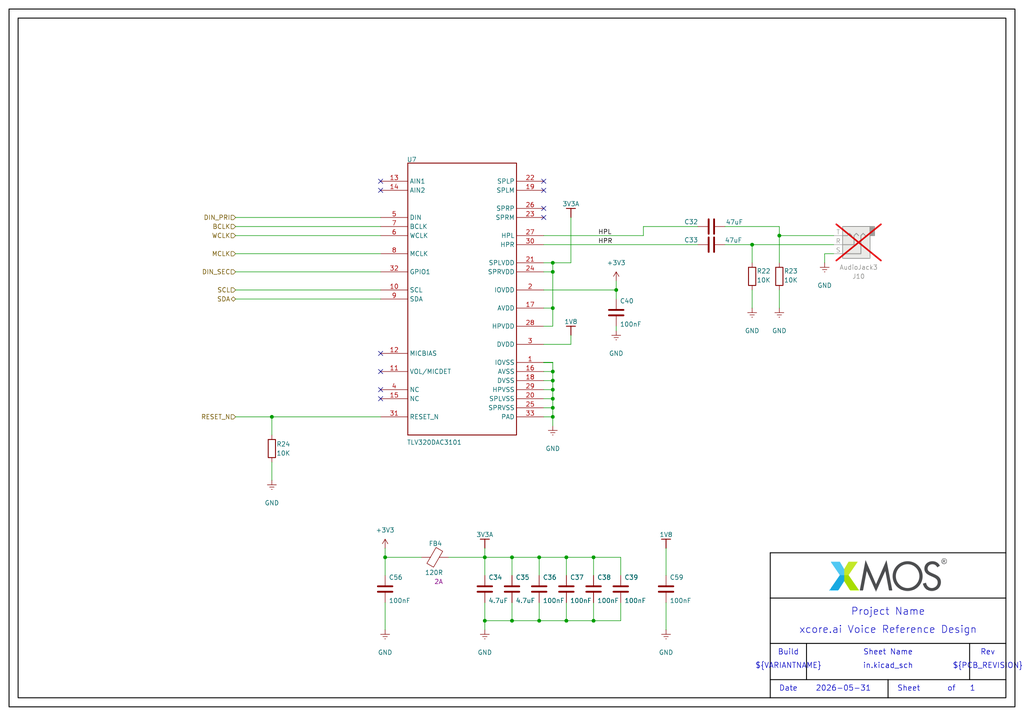
<source format=kicad_sch>
(kicad_sch (version 20231120) (generator "eeschema") (generator_version "8.0")
  (paper "User" 287.02 200.66)
  (title_block (title "xcore.ai Voice Reference Design") (rev "1V0"))
  (lib_symbols
    (symbol "Connector_Audio:AudioJack3"
      (property "Reference" "J" (at 0 8.89 0))
      (property "Value" "AudioJack3" (at 0 6.35 0))
      (symbol "AudioJack3_0_1"
        (rectangle (start -5.08 -5.08) (end -6.35 -2.54) (stroke (width 0.254)) (fill (type outline)))
        (polyline (pts (xy 0 -2.54) (xy 0.635 -3.175) (xy 1.27 -2.54) (xy 2.54 -2.54)) (stroke (width 0.254)))
        (polyline (pts (xy -1.905 -2.54) (xy -1.27 -3.175) (xy -0.635 -2.54) (xy -0.635 0) (xy 2.54 0)) (stroke (width 0.254)))
        (polyline (pts (xy 2.54 2.54) (xy -2.54 2.54) (xy -2.54 -2.54) (xy -3.175 -3.175) (xy -3.81 -2.54)) (stroke (width 0.254)))
        (rectangle (start 2.54 3.81) (end -5.08 -5.08) (stroke (width 0.254)) (fill (type background)))
      )
      (symbol "AudioJack3_1_1"
        (pin passive line (at 5.08 0 180) (length 2.54) (name "~") (number "R"))
        (pin passive line (at 5.08 2.54 180) (length 2.54) (name "~") (number "S"))
        (pin passive line (at 5.08 -2.54 180) (length 2.54) (name "~") (number "T"))
      )
    )
    (symbol "Device:C" (pin_numbers hide) (pin_names (offset 0.254))
      (property "Reference" "C" (at 0.635 2.54 0))
      (property "Value" "C" (at 0.635 -2.54 0))
      (symbol "C_0_1"
        (polyline (pts (xy -2.032 -0.762) (xy 2.032 -0.762)) (stroke (width 0.508)))
        (polyline (pts (xy -2.032 0.762) (xy 2.032 0.762)) (stroke (width 0.508)))
      )
      (symbol "C_1_1"
        (pin passive line (at 0 3.81 270) (length 2.794) (name "~") (number "1"))
        (pin passive line (at 0 -3.81 90) (length 2.794) (name "~") (number "2"))
      )
    )
    (symbol "Device:FerriteBead" (pin_numbers hide) (pin_names (offset 0))
      (property "Reference" "FB" (at -3.81 0.635 90))
      (property "Value" "FerriteBead" (at 3.81 0 90))
      (symbol "FerriteBead_0_1"
        (polyline (pts (xy 0 -1.27) (xy 0 -1.2192)))
        (polyline (pts (xy 0 1.27) (xy 0 1.2954)))
        (polyline (pts (xy -2.7686 0.4064) (xy -1.7018 2.2606) (xy 2.7686 -0.3048) (xy 1.6764 -2.159) (xy -2.7686 0.4064)))
      )
      (symbol "FerriteBead_1_1"
        (pin passive line (at 0 3.81 270) (length 2.54) (name "~") (number "1"))
        (pin passive line (at 0 -3.81 90) (length 2.54) (name "~") (number "2"))
      )
    )
    (symbol "Device:R" (pin_numbers hide) (pin_names (offset 0))
      (property "Reference" "R" (at 2.032 0 90))
      (property "Value" "R" (at 0 0 90))
      (symbol "R_0_1"
        (rectangle (start -1.016 -2.54) (end 1.016 2.54) (stroke (width 0.254)))
      )
      (symbol "R_1_1"
        (pin passive line (at 0 3.81 270) (length 1.27) (name "~") (number "1"))
        (pin passive line (at 0 -3.81 90) (length 1.27) (name "~") (number "2"))
      )
    )
    (symbol "Signal-altium-import:1V8_BAR" (power)
      (property "Reference" "#PWR" (at 0 0 0))
      (property "Value" "1V8" (at 0 3.81 0))
      (symbol "1V8_BAR_0_0"
        (polyline (pts (xy -1.27 -2.54) (xy 1.27 -2.54)) (stroke (width 0.254)))
        (polyline (pts (xy 0 0) (xy 0 -2.54)) (stroke (width 0.254)))
        (pin power_in line (at 0 0 0) (length 0) hide (name "1V8") (number ""))
      )
    )
    (symbol "Signal-altium-import:3V3A_BAR" (power)
      (property "Reference" "#PWR" (at 0 0 0))
      (property "Value" "3V3A" (at 0 3.81 0))
      (symbol "3V3A_BAR_0_0"
        (polyline (pts (xy -1.27 -2.54) (xy 1.27 -2.54)) (stroke (width 0.254)))
        (polyline (pts (xy 0 0) (xy 0 -2.54)) (stroke (width 0.254)))
        (pin power_in line (at 0 0 0) (length 0) hide (name "3V3A") (number ""))
      )
    )
    (symbol "Signal-altium-import:U_DAC_0_TI_TLV320DAC3101"
      (symbol "U_DAC_0_TI_TLV320DAC3101_1_0"
        (polyline (pts (xy 7.62 2.54) (xy 38.1 2.54) (xy 38.1 78.74) (xy 7.62 78.74) (xy 7.62 2.54)) (stroke (width 0.254)))
        (pin power_in line (at 45.72 22.86 180) (length 7.62) (name "IOVSS") (number "1"))
        (pin input line (at 0 43.18 0) (length 7.62) (name "SCL") (number "10"))
        (pin passive line (at 0 20.32 0) (length 7.62) (name "VOL/MICDET") (number "11"))
        (pin passive line (at 0 25.4 0) (length 7.62) (name "MICBIAS") (number "12"))
        (pin passive line (at 0 73.66 0) (length 7.62) (name "AIN1") (number "13"))
        (pin passive line (at 0 71.12 0) (length 7.62) (name "AIN2") (number "14"))
        (pin passive line (at 0 12.7 0) (length 7.62) (name "NC") (number "15"))
        (pin power_in line (at 45.72 20.32 180) (length 7.62) (name "AVSS") (number "16"))
        (pin power_in line (at 45.72 38.1 180) (length 7.62) (name "AVDD") (number "17"))
        (pin power_in line (at 45.72 17.78 180) (length 7.62) (name "DVSS") (number "18"))
        (pin passive line (at 45.72 71.12 180) (length 7.62) (name "SPLM") (number "19"))
        (pin power_in line (at 45.72 43.18 180) (length 7.62) (name "IOVDD") (number "2"))
        (pin power_in line (at 45.72 12.7 180) (length 7.62) (name "SPLVSS") (number "20"))
        (pin power_in line (at 45.72 50.8 180) (length 7.62) (name "SPLVDD") (number "21"))
        (pin passive line (at 45.72 73.66 180) (length 7.62) (name "SPLP") (number "22"))
        (pin passive line (at 45.72 63.5 180) (length 7.62) (name "SPRM") (number "23"))
        (pin power_in line (at 45.72 48.26 180) (length 7.62) (name "SPRVDD") (number "24"))
        (pin power_in line (at 45.72 10.16 180) (length 7.62) (name "SPRVSS") (number "25"))
        (pin passive line (at 45.72 66.04 180) (length 7.62) (name "SPRP") (number "26"))
        (pin passive line (at 45.72 58.42 180) (length 7.62) (name "HPL") (number "27"))
        (pin power_in line (at 45.72 33.02 180) (length 7.62) (name "HPVDD") (number "28"))
        (pin power_in line (at 45.72 15.24 180) (length 7.62) (name "HPVSS") (number "29"))
        (pin power_in line (at 45.72 27.94 180) (length 7.62) (name "DVDD") (number "3"))
        (pin passive line (at 45.72 55.88 180) (length 7.62) (name "HPR") (number "30"))
        (pin input line (at 0 7.62 0) (length 7.62) (name "RESET_N") (number "31"))
        (pin bidirectional line (at 0 48.26 0) (length 7.62) (name "GPIO1") (number "32"))
        (pin power_in line (at 45.72 7.62 180) (length 7.62) (name "PAD") (number "33"))
        (pin passive line (at 0 15.24 0) (length 7.62) (name "NC") (number "4"))
        (pin input line (at 0 63.5 0) (length 7.62) (name "DIN") (number "5"))
        (pin bidirectional line (at 0 58.42 0) (length 7.62) (name "WCLK") (number "6"))
        (pin bidirectional line (at 0 60.96 0) (length 7.62) (name "BCLK") (number "7"))
        (pin input line (at 0 53.34 0) (length 7.62) (name "MCLK") (number "8"))
        (pin bidirectional line (at 0 40.64 0) (length 7.62) (name "SDA") (number "9"))
      )
    )
    (symbol "power:+3V3" (power) (pin_numbers hide) (pin_names (offset 0) hide)
      (property "Value" "+3V3" (at 0 3.556 0))
      (symbol "+3V3_0_1"
        (polyline (pts (xy -0.762 1.27) (xy 0 2.54)))
        (polyline (pts (xy 0 0) (xy 0 2.54)))
        (polyline (pts (xy 0 2.54) (xy 0.762 1.27)))
      )
      (symbol "+3V3_1_1"
        (pin power_in line (at 0 0 90) (length 0) (name "~") (number "1"))
      )
    )
    (symbol "power:Earth" (power) (pin_numbers hide) (pin_names (offset 0) hide)
      (property "Value" "Earth" (at 0 -3.81 0))
      (symbol "Earth_0_1"
        (polyline (pts (xy -0.635 -1.905) (xy 0.635 -1.905)))
        (polyline (pts (xy -0.127 -2.54) (xy 0.127 -2.54)))
        (polyline (pts (xy 0 -1.27) (xy 0 0)))
        (polyline (pts (xy 1.27 -1.27) (xy -1.27 -1.27)))
      )
      (symbol "Earth_1_1"
        (pin power_in line (at 0 0 270) (length 0) (name "~") (number "1"))
      )
    )
  )
  (junction (at 143.51 173.99))
  (junction (at 218.44 66.04))
  (junction (at 172.72 81.28))
  (junction (at 154.94 116.84))
  (junction (at 154.94 109.22))
  (junction (at 154.94 86.36))
  (junction (at 154.94 104.14))
  (junction (at 151.13 173.99))
  (junction (at 135.89 173.99))
  (junction (at 210.82 68.58))
  (junction (at 154.94 106.68))
  (junction (at 166.37 156.21))
  (junction (at 154.94 111.76))
  (junction (at 158.75 173.99))
  (junction (at 151.13 156.21))
  (junction (at 166.37 173.99))
  (junction (at 154.94 76.2))
  (junction (at 154.94 73.66))
  (junction (at 154.94 114.3))
  (junction (at 143.51 156.21))
  (junction (at 135.89 156.21))
  (junction (at 158.75 156.21))
  (junction (at 76.2 116.84))
  (junction (at 107.95 156.21))
  (no_connect (at 152.4 53.34))
  (no_connect (at 106.68 104.14))
  (no_connect (at 106.68 109.22))
  (no_connect (at 152.4 58.42))
  (no_connect (at 106.68 111.76))
  (no_connect (at 152.4 60.96))
  (no_connect (at 152.4 50.8))
  (no_connect (at 106.68 99.06))
  (no_connect (at 106.68 53.34))
  (no_connect (at 106.68 50.8))
  (wire (pts (xy 125.73 156.21) (xy 135.89 156.21)))
  (wire (pts (xy 135.89 156.21) (xy 135.89 161.29)))
  (wire (pts (xy 218.44 81.28) (xy 218.44 86.36)))
  (polyline (pts (xy 215.9 190.5) (xy 281.94 190.5)) (stroke (width 0.254) (type solid) (color 0 0 0 1)))
  (wire (pts (xy 172.72 78.74) (xy 172.72 81.28)))
  (wire (pts (xy 135.89 176.53) (xy 135.89 173.99)))
  (wire (pts (xy 154.94 114.3) (xy 154.94 116.84)))
  (wire (pts (xy 210.82 68.58) (xy 210.82 73.66)))
  (polyline (pts (xy 248.92 190.5) (xy 248.92 195.58)) (stroke (width 0.254) (type solid) (color 0 0 0 1)))
  (wire (pts (xy 106.68 71.12) (xy 66.04 71.12)))
  (wire (pts (xy 154.94 106.68) (xy 152.4 106.68)))
  (wire (pts (xy 173.99 156.21) (xy 166.37 156.21)))
  (wire (pts (xy 210.82 68.58) (xy 233.68 68.58)))
  (wire (pts (xy 172.72 91.44) (xy 172.72 92.71)))
  (wire (pts (xy 143.51 173.99) (xy 135.89 173.99)))
  (wire (pts (xy 154.94 86.36) (xy 152.4 86.36)))
  (wire (pts (xy 154.94 104.14) (xy 152.4 104.14)))
  (wire (pts (xy 154.94 116.84) (xy 154.94 119.38)))
  (wire (pts (xy 180.34 63.5) (xy 195.58 63.5)))
  (wire (pts (xy 154.94 101.6) (xy 154.94 104.14)))
  (wire (pts (xy 76.2 129.54) (xy 76.2 134.62)))
  (wire (pts (xy 106.68 63.5) (xy 66.04 63.5)))
  (wire (pts (xy 186.69 153.67) (xy 186.69 161.29)))
  (wire (pts (xy 154.94 86.36) (xy 154.94 91.44)))
  (wire (pts (xy 76.2 116.84) (xy 66.04 116.84)))
  (wire (pts (xy 154.94 111.76) (xy 154.94 114.3)))
  (wire (pts (xy 154.94 106.68) (xy 154.94 109.22)))
  (wire (pts (xy 151.13 173.99) (xy 143.51 173.99)))
  (wire (pts (xy 154.94 109.22) (xy 154.94 111.76)))
  (wire (pts (xy 135.89 173.99) (xy 135.89 168.91)))
  (wire (pts (xy 106.68 66.04) (xy 66.04 66.04)))
  (wire (pts (xy 186.69 168.91) (xy 186.69 176.53)))
  (wire (pts (xy 154.94 109.22) (xy 152.4 109.22)))
  (wire (pts (xy 158.75 173.99) (xy 158.75 168.91)))
  (polyline (pts (xy 215.9 154.94) (xy 281.94 154.94)) (stroke (width 0.254) (type solid) (color 0 0 0 1)))
  (wire (pts (xy 152.4 66.04) (xy 180.34 66.04)))
  (wire (pts (xy 143.51 156.21) (xy 135.89 156.21)))
  (wire (pts (xy 154.94 104.14) (xy 154.94 106.68)))
  (wire (pts (xy 118.11 156.21) (xy 107.95 156.21)))
  (wire (pts (xy 76.2 116.84) (xy 76.2 121.92)))
  (polyline (pts (xy 226.06 180.34) (xy 226.06 190.5)) (stroke (width 0.254) (type solid) (color 0 0 0 1)))
  (wire (pts (xy 160.02 73.66) (xy 154.94 73.66)))
  (wire (pts (xy 210.82 81.28) (xy 210.82 86.36)))
  (polyline (pts (xy 215.9 167.64) (xy 281.94 167.64)) (stroke (width 0.254) (type solid) (color 0 0 0 1)))
  (wire (pts (xy 154.94 111.76) (xy 152.4 111.76)))
  (wire (pts (xy 107.95 156.21) (xy 107.95 153.67)))
  (wire (pts (xy 154.94 76.2) (xy 154.94 86.36)))
  (wire (pts (xy 152.4 81.28) (xy 172.72 81.28)))
  (wire (pts (xy 143.51 156.21) (xy 143.51 161.29)))
  (wire (pts (xy 233.68 71.12) (xy 231.14 71.12)))
  (wire (pts (xy 107.95 156.21) (xy 107.95 161.29)))
  (wire (pts (xy 160.02 96.52) (xy 152.4 96.52)))
  (wire (pts (xy 158.75 173.99) (xy 151.13 173.99)))
  (wire (pts (xy 151.13 168.91) (xy 151.13 173.99)))
  (wire (pts (xy 158.75 156.21) (xy 151.13 156.21)))
  (wire (pts (xy 203.2 68.58) (xy 210.82 68.58)))
  (wire (pts (xy 173.99 161.29) (xy 173.99 156.21)))
  (wire (pts (xy 158.75 156.21) (xy 158.75 161.29)))
  (wire (pts (xy 166.37 173.99) (xy 158.75 173.99)))
  (wire (pts (xy 143.51 168.91) (xy 143.51 173.99)))
  (polyline (pts (xy 215.9 167.64) (xy 215.9 154.94)) (stroke (width 0.254) (type solid) (color 0 0 0 1)))
  (wire (pts (xy 154.94 73.66) (xy 154.94 76.2)))
  (wire (pts (xy 135.89 153.67) (xy 135.89 156.21)))
  (wire (pts (xy 106.68 83.82) (xy 66.04 83.82)))
  (wire (pts (xy 172.72 81.28) (xy 172.72 83.82)))
  (wire (pts (xy 218.44 63.5) (xy 218.44 66.04)))
  (wire (pts (xy 218.44 66.04) (xy 218.44 73.66)))
  (wire (pts (xy 154.94 116.84) (xy 152.4 116.84)))
  (wire (pts (xy 195.58 68.58) (xy 152.4 68.58)))
  (wire (pts (xy 154.94 91.44) (xy 152.4 91.44)))
  (polyline (pts (xy 215.9 195.58) (xy 215.9 167.64)) (stroke (width 0.254) (type solid) (color 0 0 0 1)))
  (wire (pts (xy 166.37 161.29) (xy 166.37 156.21)))
  (wire (pts (xy 173.99 168.91) (xy 173.99 173.99)))
  (wire (pts (xy 106.68 60.96) (xy 66.04 60.96)))
  (wire (pts (xy 152.4 101.6) (xy 154.94 101.6)) (stroke (width 0.254)))
  (polyline (pts (xy 215.9 180.34) (xy 281.94 180.34)) (stroke (width 0.254) (type solid) (color 0 0 0 1)))
  (wire (pts (xy 106.68 116.84) (xy 76.2 116.84)))
  (wire (pts (xy 233.68 66.04) (xy 218.44 66.04)))
  (wire (pts (xy 106.68 81.28) (xy 66.04 81.28)))
  (wire (pts (xy 106.68 76.2) (xy 66.04 76.2)))
  (wire (pts (xy 107.95 168.91) (xy 107.95 176.53)))
  (wire (pts (xy 154.94 114.3) (xy 152.4 114.3)))
  (wire (pts (xy 166.37 168.91) (xy 166.37 173.99)))
  (wire (pts (xy 180.34 66.04) (xy 180.34 63.5)))
  (wire (pts (xy 154.94 73.66) (xy 152.4 73.66)))
  (wire (pts (xy 218.44 63.5) (xy 203.2 63.5)))
  (wire (pts (xy 231.14 71.12) (xy 231.14 73.66)))
  (wire (pts (xy 151.13 156.21) (xy 143.51 156.21)))
  (wire (pts (xy 173.99 173.99) (xy 166.37 173.99)))
  (wire (pts (xy 154.94 76.2) (xy 152.4 76.2)))
  (wire (pts (xy 151.13 161.29) (xy 151.13 156.21)))
  (polyline (pts (xy 271.78 180.34) (xy 271.78 190.5)) (stroke (width 0.254) (type solid) (color 0 0 0 1)))
  (wire (pts (xy 160.02 93.98) (xy 160.02 96.52)))
  (wire (pts (xy 166.37 156.21) (xy 158.75 156.21)))
  (wire (pts (xy 160.02 60.96) (xy 160.02 73.66)))
  (rectangle (start 281.94 5.08) (end 5.08 195.58) (stroke (width 0.254) (color 0 0 0 1)))
  (rectangle (start 284.48 2.54) (end 2.54 198.12) (stroke (width 0.254) (color 0 0 0 1)))
  (image (at 248.92 161.188) (scale 0.119293))
  (text "${CURRENT_DATE}" (at 228.6 193.04 0) (effects (font (size 1.524 1.524)) (justify left)))
  (text "${TITLE}" (at 248.92 177.8 0) (effects (font (size 2.032 2.032)) (justify bottom)))
  (text "Sheet Name" (at 248.92 182.88 0) (effects (font (size 1.524 1.524))))
  (text "Build" (at 220.98 182.88 0) (effects (font (size 1.524 1.524))))
  (text "Project Name" (at 248.92 172.72 0) (effects (font (size 2.032 2.032)) (justify bottom)))
  (text "${FILENAME}" (at 248.92 186.69 0) (effects (font (size 1.524 1.524))))
  (text "${##}" (at 271.78 193.04 0) (effects (font (size 1.524 1.524)) (justify left)))
  (text "of" (at 266.7 193.04 0) (effects (font (size 1.524 1.524))))
  (text "${PCB_REVISION}" (at 276.86 186.69 0) (effects (font (size 1.524 1.524))))
  (text "${VARIANTNAME}" (at 220.98 186.69 0) (effects (font (size 1.524 1.524))))
  (text "${#}" (at 261.62 193.04 0) (effects (font (size 1.524 1.524))))
  (text "Sheet" (at 251.46 193.04 0) (effects (font (size 1.524 1.524)) (justify left)))
  (text "Rev" (at 276.86 182.88 0) (effects (font (size 1.524 1.524))))
  (text "Date" (at 220.98 193.04 0) (effects (font (size 1.524 1.524))))
  (label "HPL" (at 167.64 66.04 0))
  (label "HPR" (at 167.64 68.58 0))
  (hierarchical_label "SDA" (shape bidirectional) (at 66.04 83.82 180))
  (hierarchical_label "DIN_PRI" (shape input) (at 66.04 60.96 180))
  (hierarchical_label "MCLK" (shape input) (at 66.04 71.12 180))
  (hierarchical_label "BCLK" (shape input) (at 66.04 63.5 180))
  (hierarchical_label "WCLK" (shape input) (at 66.04 66.04 180))
  (hierarchical_label "SCL" (shape input) (at 66.04 81.28 180))
  (hierarchical_label "RESET_N" (shape input) (at 66.04 116.84 180))
  (hierarchical_label "DIN_SEC" (shape input) (at 66.04 76.2 180))
  (symbol (lib_id "Device:C") (at 158.75 165.1 0) (unit 1)
    (property "Reference" "C37" (at 159.766 162.56 0) (effects (justify left bottom)))
    (property "Value" "100nF" (at 159.766 167.64 0) (effects (justify left top)))
    (property "Footprint" "Capacitor_SMD:C_0402_1005Metric" (effects (hide yes)))
    (property "Description" "Unpolarized capacitor" (effects (hide yes)))
    (property "ALTIUM_VALUE" "100N" (effects (hide yes)))
    (property "PART NUMBER" "STD-06-0048" (effects (hide yes)))
    (property "DIELECTRIC" "X7R" (effects (hide yes)))
    (property "RATED VOLTAGE" "16V" (effects (hide yes)))
    (property "TOLERANCE" "10%" (effects (hide yes)))
    (property "MANUFACTURER" "Yageo" (effects (hide yes)))
    (property "MANUFACTURER PART NUMBER" "CC0402KRX7R7BB104" (effects (hide yes)))
    (property "APPROX VOLUME COST ($)" "0.003" (effects (hide yes)))
  )
  (symbol (lib_id "power:Earth") (at 154.94 119.38 0) (unit 1)
    (property "Reference" "#PWR0197" (effects (hide yes)))
    (property "Value" "GND" (at 154.94 125.73 0))
    (property "Description" "Power symbol creates a global label with name \"Earth\"" (effects (hide yes)))
  )
  (symbol (lib_id "Device:R") (at 218.44 77.47 0) (unit 1)
    (property "Reference" "R23" (at 219.71 76.708 0) (effects (justify left bottom)))
    (property "Value" "10K" (at 219.71 79.248 0) (effects (justify left bottom)))
    (property "Footprint" "Resistor_SMD:R_0402_1005Metric" (effects (hide yes)))
    (property "Description" "Resistor" (effects (hide yes)))
    (property "ALTIUM_VALUE" "10K" (effects (hide yes)))
    (property "PART NUMBER" "STD-01-0080" (effects (hide yes)))
    (property "TOLERANCE" "1%" (effects (hide yes)))
    (property "MAX VOLTAGE" "50V" (effects (hide yes)))
    (property "MAX POWER" "63mW" (effects (hide yes)))
    (property "TEMPERATURE COEFFICIENT" "±100ppm/°C" (effects (hide yes)))
    (property "MANUFACTURER" "Yageo" (effects (hide yes)))
    (property "MANUFACTURER PART NUMBER" "RC0402FR-0710KL" (effects (hide yes)))
    (property "APPROX VOLUME COST ($)" "0.002" (effects (hide yes)))
    (property "WEB SEARCH LINK" "http://www.google.com/search?q=RC0402FR-0710KL" (effects (hide yes)))
  )
  (symbol (lib_id "Signal-altium-import:3V3A_BAR") (at 135.89 153.67 180) (unit 1)
    (property "Reference" "#PWR0195" (effects (hide yes)))
    (property "Value" "3V3A" (at 135.89 149.86 0))
  )
  (symbol (lib_id "power:+3V3") (at 107.95 153.67 0) (unit 1)
    (property "Reference" "#PWR018" (effects (hide yes)))
    (property "Value" "+3V3" (at 107.95 148.59 0))
    (property "Description" "Power symbol creates a global label with name \"+3V3\"" (effects (hide yes)))
  )
  (symbol (lib_id "power:Earth") (at 186.69 176.53 0) (unit 1)
    (property "Reference" "#PWR0204" (effects (hide yes)))
    (property "Value" "GND" (at 186.69 182.88 0))
    (property "Description" "Power symbol creates a global label with name \"Earth\"" (effects (hide yes)))
  )
  (symbol (lib_id "Device:C") (at 151.13 165.1 0) (unit 1)
    (property "Reference" "C36" (at 152.146 162.56 0) (effects (justify left bottom)))
    (property "Value" "100nF" (at 152.146 167.64 0) (effects (justify left top)))
    (property "Footprint" "Capacitor_SMD:C_0402_1005Metric" (effects (hide yes)))
    (property "Description" "Unpolarized capacitor" (effects (hide yes)))
    (property "ALTIUM_VALUE" "100N" (effects (hide yes)))
    (property "PART NUMBER" "STD-06-0048" (effects (hide yes)))
    (property "DIELECTRIC" "X7R" (effects (hide yes)))
    (property "RATED VOLTAGE" "16V" (effects (hide yes)))
    (property "TOLERANCE" "10%" (effects (hide yes)))
    (property "MANUFACTURER" "Yageo" (effects (hide yes)))
    (property "MANUFACTURER PART NUMBER" "CC0402KRX7R7BB104" (effects (hide yes)))
    (property "APPROX VOLUME COST ($)" "0.003" (effects (hide yes)))
  )
  (symbol (lib_id "power:Earth") (at 172.72 92.71 0) (unit 1)
    (property "Reference" "#PWR0198" (effects (hide yes)))
    (property "Value" "GND" (at 172.72 99.06 0))
    (property "Description" "Power symbol creates a global label with name \"Earth\"" (effects (hide yes)))
  )
  (symbol (lib_id "Device:C") (at 143.51 165.1 0) (unit 1)
    (property "Reference" "C35" (at 144.526 162.56 0) (effects (justify left bottom)))
    (property "Value" "4.7uF" (at 144.526 167.64 0) (effects (justify left top)))
    (property "Footprint" "Capacitor_SMD:C_0603_1608Metric" (effects (hide yes)))
    (property "Description" "Unpolarized capacitor" (effects (hide yes)))
    (property "ALTIUM_VALUE" "4U7" (effects (hide yes)))
    (property "PART NUMBER" "STD-06-0151" (effects (hide yes)))
    (property "DIELECTRIC" "X5R" (effects (hide yes)))
    (property "RATED VOLTAGE" "16V" (effects (hide yes)))
    (property "TOLERANCE" "10%" (effects (hide yes)))
    (property "MANUFACTURER" "Murata" (effects (hide yes)))
    (property "MANUFACTURER PART NUMBER" "GRM188R61C475KE11D" (effects (hide yes)))
    (property "APPROX VOLUME COST ($)" "0.084" (effects (hide yes)))
    (property "WEB SEARCH LINK" "http://www.google.com/search?q=GRM188R61C475KE11D" (effects (hide yes)))
  )
  (symbol (lib_id "Device:C") (at 173.99 165.1 0) (unit 1)
    (property "Reference" "C39" (at 175.006 162.56 0) (effects (justify left bottom)))
    (property "Value" "100nF" (at 175.006 167.64 0) (effects (justify left top)))
    (property "Footprint" "Capacitor_SMD:C_0402_1005Metric" (effects (hide yes)))
    (property "Description" "Unpolarized capacitor" (effects (hide yes)))
    (property "ALTIUM_VALUE" "100N" (effects (hide yes)))
    (property "PART NUMBER" "STD-06-0048" (effects (hide yes)))
    (property "DIELECTRIC" "X7R" (effects (hide yes)))
    (property "RATED VOLTAGE" "16V" (effects (hide yes)))
    (property "TOLERANCE" "10%" (effects (hide yes)))
    (property "MANUFACTURER" "Yageo" (effects (hide yes)))
    (property "MANUFACTURER PART NUMBER" "CC0402KRX7R7BB104" (effects (hide yes)))
    (property "APPROX VOLUME COST ($)" "0.003" (effects (hide yes)))
  )
  (symbol (lib_id "Device:C") (at 186.69 165.1 0) (unit 1)
    (property "Reference" "C59" (at 187.706 162.56 0) (effects (justify left bottom)))
    (property "Value" "100nF" (at 187.706 167.64 0) (effects (justify left top)))
    (property "Footprint" "Capacitor_SMD:C_0402_1005Metric" (effects (hide yes)))
    (property "Description" "Unpolarized capacitor" (effects (hide yes)))
    (property "ALTIUM_VALUE" "100N" (effects (hide yes)))
    (property "PART NUMBER" "STD-06-0048" (effects (hide yes)))
    (property "DIELECTRIC" "X7R" (effects (hide yes)))
    (property "RATED VOLTAGE" "16V" (effects (hide yes)))
    (property "TOLERANCE" "10%" (effects (hide yes)))
    (property "MANUFACTURER" "Yageo" (effects (hide yes)))
    (property "MANUFACTURER PART NUMBER" "CC0402KRX7R7BB104" (effects (hide yes)))
    (property "APPROX VOLUME COST ($)" "0.003" (effects (hide yes)))
  )
  (symbol (lib_id "Device:R") (at 210.82 77.47 0) (unit 1)
    (property "Reference" "R22" (at 212.09 76.708 0) (effects (justify left bottom)))
    (property "Value" "10K" (at 212.09 79.248 0) (effects (justify left bottom)))
    (property "Footprint" "Resistor_SMD:R_0402_1005Metric" (effects (hide yes)))
    (property "Description" "Resistor" (effects (hide yes)))
    (property "ALTIUM_VALUE" "10K" (effects (hide yes)))
    (property "PART NUMBER" "STD-01-0080" (effects (hide yes)))
    (property "TOLERANCE" "1%" (effects (hide yes)))
    (property "MAX VOLTAGE" "50V" (effects (hide yes)))
    (property "MAX POWER" "63mW" (effects (hide yes)))
    (property "TEMPERATURE COEFFICIENT" "±100ppm/°C" (effects (hide yes)))
    (property "MANUFACTURER" "Yageo" (effects (hide yes)))
    (property "MANUFACTURER PART NUMBER" "RC0402FR-0710KL" (effects (hide yes)))
    (property "APPROX VOLUME COST ($)" "0.002" (effects (hide yes)))
    (property "WEB SEARCH LINK" "http://www.google.com/search?q=RC0402FR-0710KL" (effects (hide yes)))
  )
  (symbol (lib_id "Signal-altium-import:1V8_BAR") (at 160.02 93.98 180) (unit 1)
    (property "Reference" "#PWR0206" (effects (hide yes)))
    (property "Value" "1V8" (at 160.02 90.17 0))
  )
  (symbol (lib_id "Device:R") (at 76.2 125.73 0) (unit 1)
    (property "Reference" "R24" (at 77.47 125.222 0) (effects (justify left bottom)))
    (property "Value" "10K" (at 77.47 127.762 0) (effects (justify left bottom)))
    (property "Footprint" "Resistor_SMD:R_0402_1005Metric" (effects (hide yes)))
    (property "Description" "Resistor" (effects (hide yes)))
    (property "ALTIUM_VALUE" "10K" (effects (hide yes)))
    (property "PART NUMBER" "STD-01-0080" (effects (hide yes)))
    (property "TOLERANCE" "1%" (effects (hide yes)))
    (property "MAX VOLTAGE" "50V" (effects (hide yes)))
    (property "MAX POWER" "63mW" (effects (hide yes)))
    (property "TEMPERATURE COEFFICIENT" "±100ppm/°C" (effects (hide yes)))
    (property "MANUFACTURER" "Yageo" (effects (hide yes)))
    (property "MANUFACTURER PART NUMBER" "RC0402FR-0710KL" (effects (hide yes)))
    (property "APPROX VOLUME COST ($)" "0.002" (effects (hide yes)))
    (property "WEB SEARCH LINK" "http://www.google.com/search?q=RC0402FR-0710KL" (effects (hide yes)))
  )
  (symbol (lib_id "Device:C") (at 172.72 87.63 0) (unit 1)
    (property "Reference" "C40" (at 173.736 85.09 0) (effects (justify left bottom)))
    (property "Value" "100nF" (at 173.736 90.17 0) (effects (justify left top)))
    (property "Footprint" "Capacitor_SMD:C_0402_1005Metric" (effects (hide yes)))
    (property "Description" "Unpolarized capacitor" (effects (hide yes)))
    (property "ALTIUM_VALUE" "100N" (effects (hide yes)))
    (property "PART NUMBER" "STD-06-0048" (effects (hide yes)))
    (property "DIELECTRIC" "X7R" (effects (hide yes)))
    (property "RATED VOLTAGE" "16V" (effects (hide yes)))
    (property "TOLERANCE" "10%" (effects (hide yes)))
    (property "MANUFACTURER" "Yageo" (effects (hide yes)))
    (property "MANUFACTURER PART NUMBER" "CC0402KRX7R7BB104" (effects (hide yes)))
    (property "APPROX VOLUME COST ($)" "0.003" (effects (hide yes)))
  )
  (symbol (lib_id "Signal-altium-import:U_DAC_0_TI_TLV320DAC3101") (at 106.68 124.46 0) (unit 1)
    (property "Reference" "U7" (at 114.046 45.466 0) (effects (justify left bottom)))
    (property "Value" "TLV320DAC3101" (at 114.046 124.714 0) (effects (justify left bottom)))
    (property "Footprint" "Package_DFN_QFN:VQFN-32-1EP_5x5mm_P0.5mm_EP3.5x3.5mm_ThermalVias" (effects (hide yes)))
    (property "Datasheet" "https://www.ti.com/lit/ds/symlink/tlv320dac3101.pdf" (effects (hide yes)))
    (property "ALTIUM_VALUE" "TLV320DAC3101" (effects (hide yes)))
    (property "PART NUMBER" "GEN-06-0014" (effects (hide yes)))
    (property "MANUFACTURER" "Texas Instruments" (effects (hide yes)))
    (property "MANUFACTURER PART NUMBER" "TLV320DAC3101IRHB" (effects (hide yes)))
    (property "APPROX VOLUME COST ($)" "1.34" (effects (hide yes)))
    (property "WEB SEARCH LINK" "http://www.google.com/search?q=TLV320DAC3101IRHB" (effects (hide yes)))
  )
  (symbol (lib_id "power:Earth") (at 218.44 86.36 0) (unit 1)
    (property "Reference" "#PWR0208" (effects (hide yes)))
    (property "Value" "GND" (at 218.44 92.71 0))
    (property "Description" "Power symbol creates a global label with name \"Earth\"" (effects (hide yes)))
  )
  (symbol (lib_id "Device:C") (at 135.89 165.1 0) (unit 1)
    (property "Reference" "C34" (at 136.906 162.56 0) (effects (justify left bottom)))
    (property "Value" "4.7uF" (at 136.906 167.64 0) (effects (justify left top)))
    (property "Footprint" "Capacitor_SMD:C_0603_1608Metric" (effects (hide yes)))
    (property "Description" "Unpolarized capacitor" (effects (hide yes)))
    (property "ALTIUM_VALUE" "4U7" (effects (hide yes)))
    (property "PART NUMBER" "STD-06-0151" (effects (hide yes)))
    (property "DIELECTRIC" "X5R" (effects (hide yes)))
    (property "RATED VOLTAGE" "16V" (effects (hide yes)))
    (property "TOLERANCE" "10%" (effects (hide yes)))
    (property "MANUFACTURER" "Murata" (effects (hide yes)))
    (property "MANUFACTURER PART NUMBER" "GRM188R61C475KE11D" (effects (hide yes)))
    (property "APPROX VOLUME COST ($)" "0.084" (effects (hide yes)))
    (property "WEB SEARCH LINK" "http://www.google.com/search?q=GRM188R61C475KE11D" (effects (hide yes)))
  )
  (symbol (lib_id "power:Earth") (at 107.95 176.53 0) (unit 1)
    (property "Reference" "#PWR0200" (effects (hide yes)))
    (property "Value" "GND" (at 107.95 182.88 0))
    (property "Description" "Power symbol creates a global label with name \"Earth\"" (effects (hide yes)))
  )
  (symbol (lib_id "Device:C") (at 166.37 165.1 0) (unit 1)
    (property "Reference" "C38" (at 167.386 162.56 0) (effects (justify left bottom)))
    (property "Value" "100nF" (at 167.386 167.64 0) (effects (justify left top)))
    (property "Footprint" "Capacitor_SMD:C_0402_1005Metric" (effects (hide yes)))
    (property "Description" "Unpolarized capacitor" (effects (hide yes)))
    (property "ALTIUM_VALUE" "100N" (effects (hide yes)))
    (property "PART NUMBER" "STD-06-0048" (effects (hide yes)))
    (property "DIELECTRIC" "X7R" (effects (hide yes)))
    (property "RATED VOLTAGE" "16V" (effects (hide yes)))
    (property "TOLERANCE" "10%" (effects (hide yes)))
    (property "MANUFACTURER" "Yageo" (effects (hide yes)))
    (property "MANUFACTURER PART NUMBER" "CC0402KRX7R7BB104" (effects (hide yes)))
    (property "APPROX VOLUME COST ($)" "0.003" (effects (hide yes)))
  )
  (symbol (lib_id "power:Earth") (at 210.82 86.36 0) (unit 1)
    (property "Reference" "#PWR0209" (effects (hide yes)))
    (property "Value" "GND" (at 210.82 92.71 0))
    (property "Description" "Power symbol creates a global label with name \"Earth\"" (effects (hide yes)))
  )
  (symbol (lib_id "Device:C") (at 199.39 63.5 90) (unit 1)
    (property "Reference" "C32" (at 191.77 61.468 90) (effects (justify right bottom)))
    (property "Value" "47uF" (at 208.28 62.992 90) (effects (justify left top)))
    (property "Footprint" "Capacitor_SMD:C_1206_3216Metric" (effects (hide yes)))
    (property "Description" "Unpolarized capacitor" (effects (hide yes)))
    (property "ALTIUM_VALUE" "47U" (effects (hide yes)))
    (property "PART NUMBER" "GEN-03-0041" (effects (hide yes)))
    (property "DIELECTRIC" "X5R" (effects (hide yes)))
    (property "RATED VOLTAGE" "6.3V" (effects (hide yes)))
    (property "TOLERANCE" "20%" (effects (hide yes)))
    (property "MANUFACTURER" "Samsung" (effects (hide yes)))
    (property "MANUFACTURER PART NUMBER" "CL31A476MQHNNNE" (effects (hide yes)))
    (property "APPROX VOLUME COST ($)" "0.1" (effects (hide yes)))
  )
  (symbol (lib_id "Signal-altium-import:1V8_BAR") (at 186.69 153.67 180) (unit 1)
    (property "Reference" "#PWR0203" (effects (hide yes)))
    (property "Value" "1V8" (at 186.69 149.86 0))
  )
  (symbol (lib_id "power:+3V3") (at 172.72 78.74 0) (unit 1)
    (property "Reference" "#PWR096" (effects (hide yes)))
    (property "Value" "+3V3" (at 172.72 73.66 0))
    (property "Description" "Power symbol creates a global label with name \"+3V3\"" (effects (hide yes)))
  )
  (symbol (lib_id "Device:FerriteBead") (at 121.92 156.21 90) (unit 1)
    (property "Reference" "FB4" (at 123.952 151.638 90) (effects (justify left bottom)))
    (property "Value" "120R" (at 124.206 159.766 90) (effects (justify left bottom)))
    (property "Footprint" "Inductor_SMD:L_0603_1608Metric" (effects (hide yes)))
    (property "Description" "Ferrite bead" (effects (hide yes)))
    (property "ALTIUM_VALUE" "120R" (effects (hide yes)))
    (property "PART NUMBER" "GEN-04-0004" (effects (hide yes)))
    (property "RATED CURRENT" "2A" (at 124.206 162.306 90) (effects (justify left bottom)))
    (property "MAX DCR" "0.05R" (effects (hide yes)))
    (property "MANUFACTURER" "Murata" (effects (hide yes)))
    (property "MANUFACTURER PART NUMBER" "BLM18PG121SN1" (effects (hide yes)))
    (property "APPROX VOLUME COST ($)" "0.022" (effects (hide yes)))
    (property "WEB SEARCH LINK" "http://www.google.com/search?q=BLM18PG121SN1" (effects (hide yes)))
  )
  (symbol (lib_id "power:Earth") (at 76.2 134.62 0) (unit 1)
    (property "Reference" "#PWR0202" (effects (hide yes)))
    (property "Value" "GND" (at 76.2 140.97 0))
    (property "Description" "Power symbol creates a global label with name \"Earth\"" (effects (hide yes)))
  )
  (symbol (lib_id "power:Earth") (at 231.14 73.66 0) (unit 1)
    (property "Reference" "#PWR0205" (effects (hide yes)))
    (property "Value" "GND" (at 231.14 80.01 0))
    (property "Description" "Power symbol creates a global label with name \"Earth\"" (effects (hide yes)))
  )
  (symbol (lib_id "Signal-altium-import:3V3A_BAR") (at 160.02 60.96 180) (unit 1)
    (property "Reference" "#PWR0196" (effects (hide yes)))
    (property "Value" "3V3A" (at 160.02 57.15 0))
  )
  (symbol (lib_id "Device:C") (at 107.95 165.1 0) (unit 1)
    (property "Reference" "C56" (at 108.966 162.56 0) (effects (justify left bottom)))
    (property "Value" "100nF" (at 108.966 167.64 0) (effects (justify left top)))
    (property "Footprint" "Capacitor_SMD:C_0402_1005Metric" (effects (hide yes)))
    (property "Description" "Unpolarized capacitor" (effects (hide yes)))
    (property "ALTIUM_VALUE" "100N" (effects (hide yes)))
    (property "PART NUMBER" "STD-06-0048" (effects (hide yes)))
    (property "DIELECTRIC" "X7R" (effects (hide yes)))
    (property "RATED VOLTAGE" "16V" (effects (hide yes)))
    (property "TOLERANCE" "10%" (effects (hide yes)))
    (property "MANUFACTURER" "Yageo" (effects (hide yes)))
    (property "MANUFACTURER PART NUMBER" "CC0402KRX7R7BB104" (effects (hide yes)))
    (property "APPROX VOLUME COST ($)" "0.003" (effects (hide yes)))
  )
  (symbol (lib_id "Connector_Audio:AudioJack3") (at 238.76 68.58 180) (unit 1) (in_bom no) (dnp yes)
    (property "Reference" "J10" (at 240.665 77.47 0))
    (property "Value" "AudioJack3" (at 240.665 74.93 0))
    (property "Footprint" "Connector_Audio:Jack_3.5mm_CUI_SJ1-3533NG_Horizontal" (effects (hide yes)))
    (property "Description" "Audio Jack, 3 Poles (Stereo / TRS)" (effects (hide yes)))
  )
  (symbol (lib_id "power:Earth") (at 135.89 176.53 0) (unit 1)
    (property "Reference" "#PWR0201" (effects (hide yes)))
    (property "Value" "GND" (at 135.89 182.88 0))
    (property "Description" "Power symbol creates a global label with name \"Earth\"" (effects (hide yes)))
  )
  (symbol (lib_id "Device:C") (at 199.39 68.58 90) (unit 1)
    (property "Reference" "C33" (at 191.77 66.548 90) (effects (justify right bottom)))
    (property "Value" "47uF" (at 208.026 68.072 90) (effects (justify left top)))
    (property "Footprint" "Capacitor_SMD:C_1206_3216Metric" (effects (hide yes)))
    (property "Description" "Unpolarized capacitor" (effects (hide yes)))
    (property "ALTIUM_VALUE" "47U" (effects (hide yes)))
    (property "PART NUMBER" "GEN-03-0041" (effects (hide yes)))
    (property "DIELECTRIC" "X5R" (effects (hide yes)))
    (property "RATED VOLTAGE" "6.3V" (effects (hide yes)))
    (property "TOLERANCE" "20%" (effects (hide yes)))
    (property "MANUFACTURER" "Samsung" (effects (hide yes)))
    (property "MANUFACTURER PART NUMBER" "CL31A476MQHNNNE" (effects (hide yes)))
    (property "APPROX VOLUME COST ($)" "0.1" (effects (hide yes)))
  )
)
</source>
